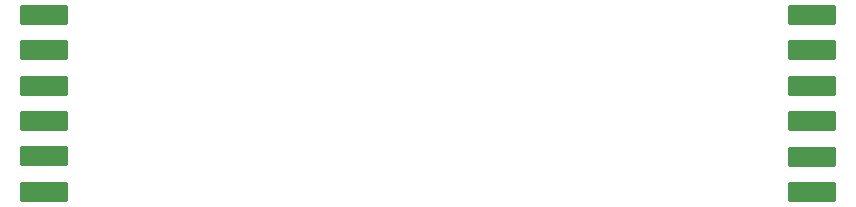
<source format=gbr>
%TF.GenerationSoftware,KiCad,Pcbnew,(6.0.7-1)-1*%
%TF.CreationDate,2022-08-05T13:03:49-05:00*%
%TF.ProjectId,Adafruit NeoPixel 8 Stick,41646166-7275-4697-9420-4e656f506978,rev?*%
%TF.SameCoordinates,Original*%
%TF.FileFunction,Soldermask,Bot*%
%TF.FilePolarity,Negative*%
%FSLAX46Y46*%
G04 Gerber Fmt 4.6, Leading zero omitted, Abs format (unit mm)*
G04 Created by KiCad (PCBNEW (6.0.7-1)-1) date 2022-08-05 13:03:49*
%MOMM*%
%LPD*%
G01*
G04 APERTURE LIST*
G04 Aperture macros list*
%AMRoundRect*
0 Rectangle with rounded corners*
0 $1 Rounding radius*
0 $2 $3 $4 $5 $6 $7 $8 $9 X,Y pos of 4 corners*
0 Add a 4 corners polygon primitive as box body*
4,1,4,$2,$3,$4,$5,$6,$7,$8,$9,$2,$3,0*
0 Add four circle primitives for the rounded corners*
1,1,$1+$1,$2,$3*
1,1,$1+$1,$4,$5*
1,1,$1+$1,$6,$7*
1,1,$1+$1,$8,$9*
0 Add four rect primitives between the rounded corners*
20,1,$1+$1,$2,$3,$4,$5,0*
20,1,$1+$1,$4,$5,$6,$7,0*
20,1,$1+$1,$6,$7,$8,$9,0*
20,1,$1+$1,$8,$9,$2,$3,0*%
G04 Aperture macros list end*
%ADD10RoundRect,0.101600X1.900000X-0.750000X1.900000X0.750000X-1.900000X0.750000X-1.900000X-0.750000X0*%
%ADD11RoundRect,0.101600X-1.900000X0.750000X-1.900000X-0.750000X1.900000X-0.750000X1.900000X0.750000X0*%
G04 APERTURE END LIST*
D10*
%TO.C,CN2*%
X126238000Y-115442000D03*
X126238000Y-112442000D03*
X126238000Y-109442000D03*
X126238000Y-106442000D03*
X126238000Y-103442000D03*
X126238000Y-100442000D03*
%TD*%
D11*
%TO.C,CN1*%
X191262000Y-100450000D03*
X191262000Y-103450000D03*
X191262000Y-106450000D03*
X191262000Y-109450000D03*
X191262000Y-112450000D03*
X191262000Y-115450000D03*
%TD*%
M02*

</source>
